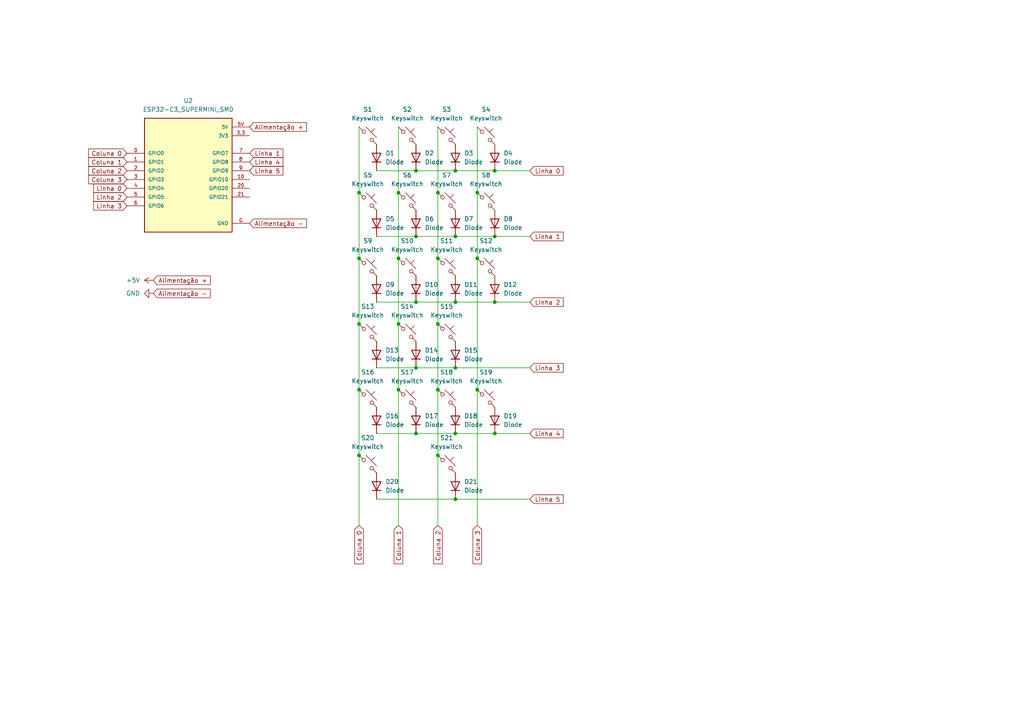
<source format=kicad_sch>
(kicad_sch (version 20231120) (generator "eeschema") (generator_version "8.0")
  (paper "A4")
  (lib_symbols
    (symbol "ESP32-C3_SUPERMINI_SMD:ESP32-C3_SUPERMINI_SMD" (pin_names (offset 1.016))
      (property "Reference" "U" (at -12.7 16.002 0))
      (property "Value" "ESP32-C3_SUPERMINI_SMD" (at -12.7 -20.32 0))
      (symbol "ESP32-C3_SUPERMINI_SMD_0_0"
        (rectangle (start -12.7 -17.78) (end 12.7 15.24) (stroke (width 0.254)) (fill (type background)))
        (pin bidirectional line (at -17.78 5.08 0) (length 5.08) (name "GPIO0") (number "0"))
        (pin bidirectional line (at -17.78 2.54 0) (length 5.08) (name "GPIO1") (number "1"))
        (pin bidirectional line (at 17.78 -2.54 180) (length 5.08) (name "GPIO10") (number "10"))
        (pin bidirectional line (at -17.78 0 0) (length 5.08) (name "GPIO2") (number "2"))
        (pin bidirectional line (at 17.78 -5.08 180) (length 5.08) (name "GPIO20") (number "20"))
        (pin bidirectional line (at 17.78 -7.62 180) (length 5.08) (name "GPIO21") (number "21"))
        (pin bidirectional line (at -17.78 -2.54 0) (length 5.08) (name "GPIO3") (number "3"))
        (pin power_in line (at 17.78 10.16 180) (length 5.08) (name "3V3") (number "3.3"))
        (pin bidirectional line (at -17.78 -5.08 0) (length 5.08) (name "GPIO4") (number "4"))
        (pin bidirectional line (at -17.78 -7.62 0) (length 5.08) (name "GPIO5") (number "5"))
        (pin power_in line (at 17.78 12.7 180) (length 5.08) (name "5V") (number "5V"))
        (pin bidirectional line (at -17.78 -10.16 0) (length 5.08) (name "GPIO6") (number "6"))
        (pin bidirectional line (at 17.78 5.08 180) (length 5.08) (name "GPIO7") (number "7"))
        (pin bidirectional line (at 17.78 2.54 180) (length 5.08) (name "GPIO8") (number "8"))
        (pin bidirectional line (at 17.78 0 180) (length 5.08) (name "GPIO9") (number "9"))
        (pin power_in line (at 17.78 -15.24 180) (length 5.08) (name "GND") (number "G"))
      )
    )
    (symbol "ScottoKeebs:Placeholder_Diode" (pin_numbers hide) (pin_names hide)
      (property "Reference" "D" (at 0 2.54 0))
      (property "Value" "Diode" (at 0 -2.54 0))
      (symbol "Placeholder_Diode_0_1"
        (polyline (pts (xy -1.27 1.27) (xy -1.27 -1.27)) (stroke (width 0.254)))
        (polyline (pts (xy 1.27 0) (xy -1.27 0)))
        (polyline (pts (xy 1.27 1.27) (xy 1.27 -1.27) (xy -1.27 0) (xy 1.27 1.27)) (stroke (width 0.254)))
      )
      (symbol "Placeholder_Diode_1_1"
        (pin passive line (at -3.81 0 0) (length 2.54) (name "K") (number "1"))
        (pin passive line (at 3.81 0 180) (length 2.54) (name "A") (number "2"))
      )
    )
    (symbol "ScottoKeebs:Placeholder_Keyswitch" (pin_numbers hide) (pin_names (offset 1.016) hide)
      (property "Reference" "S" (at 3.048 1.016 0))
      (property "Value" "Keyswitch" (at 0 -3.81 0))
      (symbol "Placeholder_Keyswitch_0_1"
        (circle (center -1.1684 1.1684) (radius 0.508))
        (polyline (pts (xy -0.508 2.54) (xy 2.54 -0.508)))
        (polyline (pts (xy 1.016 1.016) (xy 2.032 2.032)))
        (polyline (pts (xy -2.54 2.54) (xy -1.524 1.524) (xy -1.524 1.524)))
        (polyline (pts (xy 1.524 -1.524) (xy 2.54 -2.54) (xy 2.54 -2.54) (xy 2.54 -2.54)))
        (circle (center 1.143 -1.1938) (radius 0.508))
        (pin passive line (at -2.54 2.54 0) (length 0) (name "1") (number "1"))
        (pin passive line (at 2.54 -2.54 180) (length 0) (name "2") (number "2"))
      )
    )
    (symbol "power:+5V" (power) (pin_numbers hide) (pin_names (offset 0) hide)
      (property "Value" "+5V" (at 0 3.556 0))
      (symbol "+5V_0_1"
        (polyline (pts (xy -0.762 1.27) (xy 0 2.54)))
        (polyline (pts (xy 0 0) (xy 0 2.54)))
        (polyline (pts (xy 0 2.54) (xy 0.762 1.27)))
      )
      (symbol "+5V_1_1"
        (pin power_in line (at 0 0 90) (length 0) (name "~") (number "1"))
      )
    )
    (symbol "power:GND" (power) (pin_numbers hide) (pin_names (offset 0) hide)
      (property "Value" "GND" (at 0 -3.81 0))
      (symbol "GND_0_1"
        (polyline (pts (xy 0 0) (xy 0 -1.27) (xy 1.27 -1.27) (xy 0 -2.54) (xy -1.27 -1.27) (xy 0 -1.27)))
      )
      (symbol "GND_1_1"
        (pin power_in line (at 0 0 270) (length 0) (name "~") (number "1"))
      )
    )
  )
  (junction (at 127 93.98))
  (junction (at 132.08 144.78))
  (junction (at 120.65 125.73))
  (junction (at 127 113.03))
  (junction (at 143.51 68.58))
  (junction (at 104.14 113.03))
  (junction (at 143.51 87.63))
  (junction (at 104.14 132.08))
  (junction (at 115.57 55.88))
  (junction (at 120.65 68.58))
  (junction (at 120.65 87.63))
  (junction (at 104.14 55.88))
  (junction (at 132.08 49.53))
  (junction (at 115.57 74.93))
  (junction (at 127 132.08))
  (junction (at 120.65 49.53))
  (junction (at 115.57 113.03))
  (junction (at 127 74.93))
  (junction (at 104.14 93.98))
  (junction (at 104.14 74.93))
  (junction (at 132.08 87.63))
  (junction (at 138.43 113.03))
  (junction (at 120.65 106.68))
  (junction (at 132.08 125.73))
  (junction (at 143.51 49.53))
  (junction (at 138.43 74.93))
  (junction (at 127 55.88))
  (junction (at 132.08 106.68))
  (junction (at 115.57 93.98))
  (junction (at 138.43 55.88))
  (junction (at 132.08 68.58))
  (junction (at 143.51 125.73))
  (wire (pts (xy 115.57 36.83) (xy 115.57 55.88)))
  (wire (pts (xy 127 113.03) (xy 127 132.08)))
  (wire (pts (xy 138.43 74.93) (xy 138.43 113.03)))
  (wire (pts (xy 132.08 106.68) (xy 153.67 106.68)))
  (wire (pts (xy 115.57 93.98) (xy 115.57 113.03)))
  (wire (pts (xy 120.65 125.73) (xy 132.08 125.73)))
  (wire (pts (xy 109.22 87.63) (xy 120.65 87.63)))
  (wire (pts (xy 138.43 36.83) (xy 138.43 55.88)))
  (wire (pts (xy 120.65 68.58) (xy 132.08 68.58)))
  (wire (pts (xy 104.14 132.08) (xy 104.14 152.4)))
  (wire (pts (xy 132.08 68.58) (xy 143.51 68.58)))
  (wire (pts (xy 143.51 125.73) (xy 153.67 125.73)))
  (wire (pts (xy 109.22 125.73) (xy 120.65 125.73)))
  (wire (pts (xy 109.22 106.68) (xy 120.65 106.68)))
  (wire (pts (xy 138.43 113.03) (xy 138.43 152.4)))
  (wire (pts (xy 115.57 113.03) (xy 115.57 152.4)))
  (wire (pts (xy 115.57 55.88) (xy 115.57 74.93)))
  (wire (pts (xy 104.14 74.93) (xy 104.14 93.98)))
  (wire (pts (xy 132.08 125.73) (xy 143.51 125.73)))
  (wire (pts (xy 132.08 87.63) (xy 143.51 87.63)))
  (wire (pts (xy 120.65 49.53) (xy 132.08 49.53)))
  (wire (pts (xy 127 55.88) (xy 127 74.93)))
  (wire (pts (xy 104.14 113.03) (xy 104.14 132.08)))
  (wire (pts (xy 127 74.93) (xy 127 93.98)))
  (wire (pts (xy 109.22 144.78) (xy 132.08 144.78)))
  (wire (pts (xy 138.43 55.88) (xy 138.43 74.93)))
  (wire (pts (xy 109.22 49.53) (xy 120.65 49.53)))
  (wire (pts (xy 127 36.83) (xy 127 55.88)))
  (wire (pts (xy 127 93.98) (xy 127 113.03)))
  (wire (pts (xy 132.08 144.78) (xy 153.67 144.78)))
  (wire (pts (xy 143.51 87.63) (xy 153.67 87.63)))
  (wire (pts (xy 120.65 87.63) (xy 132.08 87.63)))
  (wire (pts (xy 104.14 36.83) (xy 104.14 55.88)))
  (wire (pts (xy 127 132.08) (xy 127 152.4)))
  (wire (pts (xy 132.08 49.53) (xy 143.51 49.53)))
  (wire (pts (xy 109.22 68.58) (xy 120.65 68.58)))
  (wire (pts (xy 143.51 68.58) (xy 153.67 68.58)))
  (wire (pts (xy 120.65 106.68) (xy 132.08 106.68)))
  (wire (pts (xy 143.51 49.53) (xy 153.67 49.53)))
  (wire (pts (xy 104.14 55.88) (xy 104.14 74.93)))
  (wire (pts (xy 115.57 74.93) (xy 115.57 93.98)))
  (wire (pts (xy 104.14 93.98) (xy 104.14 113.03)))
  (global_label "Linha 4" (shape input) (at 153.67 125.73 0) (property "Intersheetrefs" "${INTERSHEET_REFS}" (effects (hide yes))))
  (global_label "Coluna 2" (shape input) (at 36.83 49.53 180) (property "Intersheetrefs" "${INTERSHEET_REFS}" (effects (hide yes))))
  (global_label "Linha 5" (shape input) (at 72.39 49.53 0) (property "Intersheetrefs" "${INTERSHEET_REFS}" (effects (hide yes))))
  (global_label "Alimentação +" (shape input) (at 44.45 81.28 0) (property "Intersheetrefs" "${INTERSHEET_REFS}" (effects (hide yes))))
  (global_label "Linha 2" (shape input) (at 153.67 87.63 0) (property "Intersheetrefs" "${INTERSHEET_REFS}" (effects (hide yes))))
  (global_label "Alimentação -" (shape input) (at 44.45 85.09 0) (property "Intersheetrefs" "${INTERSHEET_REFS}" (effects (hide yes))))
  (global_label "Linha 3" (shape input) (at 153.67 106.68 0) (property "Intersheetrefs" "${INTERSHEET_REFS}" (effects (hide yes))))
  (global_label "Coluna 3" (shape input) (at 36.83 52.07 180) (property "Intersheetrefs" "${INTERSHEET_REFS}" (effects (hide yes))))
  (global_label "Coluna 0" (shape input) (at 36.83 44.45 180) (property "Intersheetrefs" "${INTERSHEET_REFS}" (effects (hide yes))))
  (global_label "Coluna 3" (shape input) (at 138.43 152.4 270) (property "Intersheetrefs" "${INTERSHEET_REFS}" (effects (hide yes))))
  (global_label "Alimentação -" (shape input) (at 72.39 64.77 0) (property "Intersheetrefs" "${INTERSHEET_REFS}" (effects (hide yes))))
  (global_label "Linha 3" (shape input) (at 36.83 59.69 180) (property "Intersheetrefs" "${INTERSHEET_REFS}" (effects (hide yes))))
  (global_label "Coluna 1" (shape input) (at 115.57 152.4 270) (property "Intersheetrefs" "${INTERSHEET_REFS}" (effects (hide yes))))
  (global_label "Linha 1" (shape input) (at 72.39 44.45 0) (property "Intersheetrefs" "${INTERSHEET_REFS}" (effects (hide yes))))
  (global_label "Linha 5" (shape input) (at 153.67 144.78 0) (property "Intersheetrefs" "${INTERSHEET_REFS}" (effects (hide yes))))
  (global_label "Alimentação +" (shape input) (at 72.39 36.83 0) (property "Intersheetrefs" "${INTERSHEET_REFS}" (effects (hide yes))))
  (global_label "Linha 1" (shape input) (at 153.67 68.58 0) (property "Intersheetrefs" "${INTERSHEET_REFS}" (effects (hide yes))))
  (global_label "Linha 4" (shape input) (at 72.39 46.99 0) (property "Intersheetrefs" "${INTERSHEET_REFS}" (effects (hide yes))))
  (global_label "Coluna 0" (shape input) (at 104.14 152.4 270) (property "Intersheetrefs" "${INTERSHEET_REFS}" (effects (hide yes))))
  (global_label "Coluna 2" (shape input) (at 127 152.4 270) (property "Intersheetrefs" "${INTERSHEET_REFS}" (effects (hide yes))))
  (global_label "Linha 0" (shape input) (at 153.67 49.53 0) (property "Intersheetrefs" "${INTERSHEET_REFS}" (effects (hide yes))))
  (global_label "Linha 2" (shape input) (at 36.83 57.15 180) (property "Intersheetrefs" "${INTERSHEET_REFS}" (effects (hide yes))))
  (global_label "Linha 0" (shape input) (at 36.83 54.61 180) (property "Intersheetrefs" "${INTERSHEET_REFS}" (effects (hide yes))))
  (global_label "Coluna 1" (shape input) (at 36.83 46.99 180) (property "Intersheetrefs" "${INTERSHEET_REFS}" (effects (hide yes))))
  (symbol (lib_id "ScottoKeebs:Placeholder_Keyswitch") (at 118.11 39.37 0) (unit 1)
    (property "Reference" "S2" (at 118.11 31.75 0))
    (property "Value" "Keyswitch" (at 118.11 34.29 0))
    (property "Footprint" "ScottoKeebs_Hotswap:Hotswap_MX_Plated_1.00u" (effects (hide yes)))
    (property "Description" "Push button switch, normally open, two pins, 45° tilted" (effects (hide yes)))
  )
  (symbol (lib_id "ScottoKeebs:Placeholder_Diode") (at 132.08 140.97 90) (unit 1)
    (property "Reference" "D21" (at 134.62 139.6999 90) (effects (justify right)))
    (property "Value" "Diode" (at 134.62 142.2399 90) (effects (justify right)))
    (property "Footprint" "Diode_THT:D_DO-35_SOD27_P7.62mm_Horizontal" (effects (hide yes)))
    (property "Description" "1N4148 (DO-35) or 1N4148W (SOD-123)" (effects (hide yes)))
    (property "Sim.Device" "D" (effects (hide yes)))
    (property "Sim.Pins" "1=K 2=A" (effects (hide yes)))
  )
  (symbol (lib_id "ScottoKeebs:Placeholder_Keyswitch") (at 106.68 77.47 0) (unit 1)
    (property "Reference" "S9" (at 106.68 69.85 0))
    (property "Value" "Keyswitch" (at 106.68 72.39 0))
    (property "Footprint" "ScottoKeebs_Hotswap:Hotswap_MX_Plated_1.00u" (effects (hide yes)))
    (property "Description" "Push button switch, normally open, two pins, 45° tilted" (effects (hide yes)))
  )
  (symbol (lib_id "ScottoKeebs:Placeholder_Keyswitch") (at 118.11 77.47 0) (unit 1)
    (property "Reference" "S10" (at 118.11 69.85 0))
    (property "Value" "Keyswitch" (at 118.11 72.39 0))
    (property "Footprint" "ScottoKeebs_Hotswap:Hotswap_MX_Plated_1.00u" (effects (hide yes)))
    (property "Description" "Push button switch, normally open, two pins, 45° tilted" (effects (hide yes)))
  )
  (symbol (lib_id "ScottoKeebs:Placeholder_Keyswitch") (at 118.11 58.42 0) (unit 1)
    (property "Reference" "S6" (at 118.11 50.8 0))
    (property "Value" "Keyswitch" (at 118.11 53.34 0))
    (property "Footprint" "ScottoKeebs_Hotswap:Hotswap_MX_Plated_1.00u" (effects (hide yes)))
    (property "Description" "Push button switch, normally open, two pins, 45° tilted" (effects (hide yes)))
  )
  (symbol (lib_id "ScottoKeebs:Placeholder_Diode") (at 120.65 121.92 90) (unit 1)
    (property "Reference" "D17" (at 123.19 120.6499 90) (effects (justify right)))
    (property "Value" "Diode" (at 123.19 123.1899 90) (effects (justify right)))
    (property "Footprint" "Diode_THT:D_DO-35_SOD27_P7.62mm_Horizontal" (effects (hide yes)))
    (property "Description" "1N4148 (DO-35) or 1N4148W (SOD-123)" (effects (hide yes)))
    (property "Sim.Device" "D" (effects (hide yes)))
    (property "Sim.Pins" "1=K 2=A" (effects (hide yes)))
  )
  (symbol (lib_id "ScottoKeebs:Placeholder_Keyswitch") (at 140.97 115.57 0) (unit 1)
    (property "Reference" "S19" (at 140.97 107.95 0))
    (property "Value" "Keyswitch" (at 140.97 110.49 0))
    (property "Footprint" "ScottoKeebs_Hotswap:Hotswap_MX_Plated_1.00u" (effects (hide yes)))
    (property "Description" "Push button switch, normally open, two pins, 45° tilted" (effects (hide yes)))
  )
  (symbol (lib_id "ScottoKeebs:Placeholder_Diode") (at 143.51 121.92 90) (unit 1)
    (property "Reference" "D19" (at 146.05 120.6499 90) (effects (justify right)))
    (property "Value" "Diode" (at 146.05 123.1899 90) (effects (justify right)))
    (property "Footprint" "Diode_THT:D_DO-35_SOD27_P7.62mm_Horizontal" (effects (hide yes)))
    (property "Description" "1N4148 (DO-35) or 1N4148W (SOD-123)" (effects (hide yes)))
    (property "Sim.Device" "D" (effects (hide yes)))
    (property "Sim.Pins" "1=K 2=A" (effects (hide yes)))
  )
  (symbol (lib_id "ScottoKeebs:Placeholder_Keyswitch") (at 129.54 115.57 0) (unit 1)
    (property "Reference" "S18" (at 129.54 107.95 0))
    (property "Value" "Keyswitch" (at 129.54 110.49 0))
    (property "Footprint" "ScottoKeebs_Hotswap:Hotswap_MX_Plated_1.00u" (effects (hide yes)))
    (property "Description" "Push button switch, normally open, two pins, 45° tilted" (effects (hide yes)))
  )
  (symbol (lib_id "ScottoKeebs:Placeholder_Keyswitch") (at 106.68 58.42 0) (unit 1)
    (property "Reference" "S5" (at 106.68 50.8 0))
    (property "Value" "Keyswitch" (at 106.68 53.34 0))
    (property "Footprint" "ScottoKeebs_Hotswap:Hotswap_MX_Plated_1.00u" (effects (hide yes)))
    (property "Description" "Push button switch, normally open, two pins, 45° tilted" (effects (hide yes)))
  )
  (symbol (lib_id "power:+5V") (at 44.45 81.28 90) (unit 1)
    (property "Reference" "#PWR01" (effects (hide yes)))
    (property "Value" "+5V" (at 40.64 81.2799 90) (effects (justify left)))
    (property "Description" "Power symbol creates a global label with name \"+5V\"" (effects (hide yes)))
  )
  (symbol (lib_id "ScottoKeebs:Placeholder_Keyswitch") (at 140.97 39.37 0) (unit 1)
    (property "Reference" "S4" (at 140.97 31.75 0))
    (property "Value" "Keyswitch" (at 140.97 34.29 0))
    (property "Footprint" "ScottoKeebs_Hotswap:Hotswap_MX_Plated_1.00u" (effects (hide yes)))
    (property "Description" "Push button switch, normally open, two pins, 45° tilted" (effects (hide yes)))
  )
  (symbol (lib_id "ScottoKeebs:Placeholder_Keyswitch") (at 106.68 134.62 0) (unit 1)
    (property "Reference" "S20" (at 106.68 127 0))
    (property "Value" "Keyswitch" (at 106.68 129.54 0))
    (property "Footprint" "ScottoKeebs_Hotswap:Hotswap_MX_Plated_1.00u" (effects (hide yes)))
    (property "Description" "Push button switch, normally open, two pins, 45° tilted" (effects (hide yes)))
  )
  (symbol (lib_id "ScottoKeebs:Placeholder_Diode") (at 132.08 83.82 90) (unit 1)
    (property "Reference" "D11" (at 134.62 82.5499 90) (effects (justify right)))
    (property "Value" "Diode" (at 134.62 85.0899 90) (effects (justify right)))
    (property "Footprint" "Diode_THT:D_DO-35_SOD27_P7.62mm_Horizontal" (effects (hide yes)))
    (property "Description" "1N4148 (DO-35) or 1N4148W (SOD-123)" (effects (hide yes)))
    (property "Sim.Device" "D" (effects (hide yes)))
    (property "Sim.Pins" "1=K 2=A" (effects (hide yes)))
  )
  (symbol (lib_id "ScottoKeebs:Placeholder_Keyswitch") (at 129.54 58.42 0) (unit 1)
    (property "Reference" "S7" (at 129.54 50.8 0))
    (property "Value" "Keyswitch" (at 129.54 53.34 0))
    (property "Footprint" "ScottoKeebs_Hotswap:Hotswap_MX_Plated_1.00u" (effects (hide yes)))
    (property "Description" "Push button switch, normally open, two pins, 45° tilted" (effects (hide yes)))
  )
  (symbol (lib_id "ScottoKeebs:Placeholder_Keyswitch") (at 140.97 77.47 0) (unit 1)
    (property "Reference" "S12" (at 140.97 69.85 0))
    (property "Value" "Keyswitch" (at 140.97 72.39 0))
    (property "Footprint" "ScottoKeebs_Hotswap:Hotswap_MX_Plated_1.00u" (effects (hide yes)))
    (property "Description" "Push button switch, normally open, two pins, 45° tilted" (effects (hide yes)))
  )
  (symbol (lib_id "ScottoKeebs:Placeholder_Diode") (at 143.51 45.72 90) (unit 1)
    (property "Reference" "D4" (at 146.05 44.4499 90) (effects (justify right)))
    (property "Value" "Diode" (at 146.05 46.9899 90) (effects (justify right)))
    (property "Footprint" "Diode_THT:D_DO-35_SOD27_P7.62mm_Horizontal" (effects (hide yes)))
    (property "Description" "1N4148 (DO-35) or 1N4148W (SOD-123)" (effects (hide yes)))
    (property "Sim.Device" "D" (effects (hide yes)))
    (property "Sim.Pins" "1=K 2=A" (effects (hide yes)))
  )
  (symbol (lib_id "ScottoKeebs:Placeholder_Diode") (at 109.22 102.87 90) (unit 1)
    (property "Reference" "D13" (at 111.76 101.5999 90) (effects (justify right)))
    (property "Value" "Diode" (at 111.76 104.1399 90) (effects (justify right)))
    (property "Footprint" "Diode_THT:D_DO-35_SOD27_P7.62mm_Horizontal" (effects (hide yes)))
    (property "Description" "1N4148 (DO-35) or 1N4148W (SOD-123)" (effects (hide yes)))
    (property "Sim.Device" "D" (effects (hide yes)))
    (property "Sim.Pins" "1=K 2=A" (effects (hide yes)))
  )
  (symbol (lib_id "ScottoKeebs:Placeholder_Keyswitch") (at 106.68 115.57 0) (unit 1)
    (property "Reference" "S16" (at 106.68 107.95 0))
    (property "Value" "Keyswitch" (at 106.68 110.49 0))
    (property "Footprint" "ScottoKeebs_Hotswap:Hotswap_MX_Plated_1.00u" (effects (hide yes)))
    (property "Description" "Push button switch, normally open, two pins, 45° tilted" (effects (hide yes)))
  )
  (symbol (lib_id "ScottoKeebs:Placeholder_Diode") (at 132.08 64.77 90) (unit 1)
    (property "Reference" "D7" (at 134.62 63.4999 90) (effects (justify right)))
    (property "Value" "Diode" (at 134.62 66.0399 90) (effects (justify right)))
    (property "Footprint" "Diode_THT:D_DO-35_SOD27_P7.62mm_Horizontal" (effects (hide yes)))
    (property "Description" "1N4148 (DO-35) or 1N4148W (SOD-123)" (effects (hide yes)))
    (property "Sim.Device" "D" (effects (hide yes)))
    (property "Sim.Pins" "1=K 2=A" (effects (hide yes)))
  )
  (symbol (lib_id "ScottoKeebs:Placeholder_Keyswitch") (at 140.97 58.42 0) (unit 1)
    (property "Reference" "S8" (at 140.97 50.8 0))
    (property "Value" "Keyswitch" (at 140.97 53.34 0))
    (property "Footprint" "ScottoKeebs_Hotswap:Hotswap_MX_Plated_1.00u" (effects (hide yes)))
    (property "Description" "Push button switch, normally open, two pins, 45° tilted" (effects (hide yes)))
  )
  (symbol (lib_id "ScottoKeebs:Placeholder_Keyswitch") (at 118.11 96.52 0) (unit 1)
    (property "Reference" "S14" (at 118.11 88.9 0))
    (property "Value" "Keyswitch" (at 118.11 91.44 0))
    (property "Footprint" "ScottoKeebs_Hotswap:Hotswap_MX_Plated_1.00u" (effects (hide yes)))
    (property "Description" "Push button switch, normally open, two pins, 45° tilted" (effects (hide yes)))
  )
  (symbol (lib_id "ScottoKeebs:Placeholder_Diode") (at 120.65 83.82 90) (unit 1)
    (property "Reference" "D10" (at 123.19 82.5499 90) (effects (justify right)))
    (property "Value" "Diode" (at 123.19 85.0899 90) (effects (justify right)))
    (property "Footprint" "Diode_THT:D_DO-35_SOD27_P7.62mm_Horizontal" (effects (hide yes)))
    (property "Description" "1N4148 (DO-35) or 1N4148W (SOD-123)" (effects (hide yes)))
    (property "Sim.Device" "D" (effects (hide yes)))
    (property "Sim.Pins" "1=K 2=A" (effects (hide yes)))
  )
  (symbol (lib_id "ScottoKeebs:Placeholder_Diode") (at 132.08 102.87 90) (unit 1)
    (property "Reference" "D15" (at 134.62 101.5999 90) (effects (justify right)))
    (property "Value" "Diode" (at 134.62 104.1399 90) (effects (justify right)))
    (property "Footprint" "Diode_THT:D_DO-35_SOD27_P7.62mm_Horizontal" (effects (hide yes)))
    (property "Description" "1N4148 (DO-35) or 1N4148W (SOD-123)" (effects (hide yes)))
    (property "Sim.Device" "D" (effects (hide yes)))
    (property "Sim.Pins" "1=K 2=A" (effects (hide yes)))
  )
  (symbol (lib_id "ScottoKeebs:Placeholder_Keyswitch") (at 129.54 77.47 0) (unit 1)
    (property "Reference" "S11" (at 129.54 69.85 0))
    (property "Value" "Keyswitch" (at 129.54 72.39 0))
    (property "Footprint" "ScottoKeebs_Hotswap:Hotswap_MX_Plated_1.00u" (effects (hide yes)))
    (property "Description" "Push button switch, normally open, two pins, 45° tilted" (effects (hide yes)))
  )
  (symbol (lib_id "ScottoKeebs:Placeholder_Keyswitch") (at 106.68 39.37 0) (unit 1)
    (property "Reference" "S1" (at 106.68 31.75 0))
    (property "Value" "Keyswitch" (at 106.68 34.29 0))
    (property "Footprint" "ScottoKeebs_Hotswap:Hotswap_MX_Plated_1.00u" (effects (hide yes)))
    (property "Description" "Push button switch, normally open, two pins, 45° tilted" (effects (hide yes)))
  )
  (symbol (lib_id "ScottoKeebs:Placeholder_Diode") (at 109.22 121.92 90) (unit 1)
    (property "Reference" "D16" (at 111.76 120.6499 90) (effects (justify right)))
    (property "Value" "Diode" (at 111.76 123.1899 90) (effects (justify right)))
    (property "Footprint" "Diode_THT:D_DO-35_SOD27_P7.62mm_Horizontal" (effects (hide yes)))
    (property "Description" "1N4148 (DO-35) or 1N4148W (SOD-123)" (effects (hide yes)))
    (property "Sim.Device" "D" (effects (hide yes)))
    (property "Sim.Pins" "1=K 2=A" (effects (hide yes)))
  )
  (symbol (lib_id "ScottoKeebs:Placeholder_Diode") (at 120.65 45.72 90) (unit 1)
    (property "Reference" "D2" (at 123.19 44.4499 90) (effects (justify right)))
    (property "Value" "Diode" (at 123.19 46.9899 90) (effects (justify right)))
    (property "Footprint" "Diode_THT:D_DO-35_SOD27_P7.62mm_Horizontal" (effects (hide yes)))
    (property "Description" "1N4148 (DO-35) or 1N4148W (SOD-123)" (effects (hide yes)))
    (property "Sim.Device" "D" (effects (hide yes)))
    (property "Sim.Pins" "1=K 2=A" (effects (hide yes)))
  )
  (symbol (lib_id "ScottoKeebs:Placeholder_Keyswitch") (at 129.54 96.52 0) (unit 1)
    (property "Reference" "S15" (at 129.54 88.9 0))
    (property "Value" "Keyswitch" (at 129.54 91.44 0))
    (property "Footprint" "ScottoKeebs_Hotswap:Hotswap_MX_Plated_1.00u" (effects (hide yes)))
    (property "Description" "Push button switch, normally open, two pins, 45° tilted" (effects (hide yes)))
  )
  (symbol (lib_id "ScottoKeebs:Placeholder_Diode") (at 120.65 102.87 90) (unit 1)
    (property "Reference" "D14" (at 123.19 101.5999 90) (effects (justify right)))
    (property "Value" "Diode" (at 123.19 104.1399 90) (effects (justify right)))
    (property "Footprint" "Diode_THT:D_DO-35_SOD27_P7.62mm_Horizontal" (effects (hide yes)))
    (property "Description" "1N4148 (DO-35) or 1N4148W (SOD-123)" (effects (hide yes)))
    (property "Sim.Device" "D" (effects (hide yes)))
    (property "Sim.Pins" "1=K 2=A" (effects (hide yes)))
  )
  (symbol (lib_id "ScottoKeebs:Placeholder_Keyswitch") (at 129.54 39.37 0) (unit 1)
    (property "Reference" "S3" (at 129.54 31.75 0))
    (property "Value" "Keyswitch" (at 129.54 34.29 0))
    (property "Footprint" "ScottoKeebs_Hotswap:Hotswap_MX_Plated_1.00u" (effects (hide yes)))
    (property "Description" "Push button switch, normally open, two pins, 45° tilted" (effects (hide yes)))
  )
  (symbol (lib_id "ScottoKeebs:Placeholder_Keyswitch") (at 129.54 134.62 0) (unit 1)
    (property "Reference" "S21" (at 129.54 127 0))
    (property "Value" "Keyswitch" (at 129.54 129.54 0))
    (property "Footprint" "ScottoKeebs_Hotswap:Hotswap_MX_Plated_1.00u" (effects (hide yes)))
    (property "Description" "Push button switch, normally open, two pins, 45° tilted" (effects (hide yes)))
  )
  (symbol (lib_id "ScottoKeebs:Placeholder_Diode") (at 143.51 64.77 90) (unit 1)
    (property "Reference" "D8" (at 146.05 63.4999 90) (effects (justify right)))
    (property "Value" "Diode" (at 146.05 66.0399 90) (effects (justify right)))
    (property "Footprint" "Diode_THT:D_DO-35_SOD27_P7.62mm_Horizontal" (effects (hide yes)))
    (property "Description" "1N4148 (DO-35) or 1N4148W (SOD-123)" (effects (hide yes)))
    (property "Sim.Device" "D" (effects (hide yes)))
    (property "Sim.Pins" "1=K 2=A" (effects (hide yes)))
  )
  (symbol (lib_id "ScottoKeebs:Placeholder_Diode") (at 109.22 83.82 90) (unit 1)
    (property "Reference" "D9" (at 111.76 82.5499 90) (effects (justify right)))
    (property "Value" "Diode" (at 111.76 85.0899 90) (effects (justify right)))
    (property "Footprint" "Diode_THT:D_DO-35_SOD27_P7.62mm_Horizontal" (effects (hide yes)))
    (property "Description" "1N4148 (DO-35) or 1N4148W (SOD-123)" (effects (hide yes)))
    (property "Sim.Device" "D" (effects (hide yes)))
    (property "Sim.Pins" "1=K 2=A" (effects (hide yes)))
  )
  (symbol (lib_id "ScottoKeebs:Placeholder_Diode") (at 132.08 45.72 90) (unit 1)
    (property "Reference" "D3" (at 134.62 44.4499 90) (effects (justify right)))
    (property "Value" "Diode" (at 134.62 46.9899 90) (effects (justify right)))
    (property "Footprint" "Diode_THT:D_DO-35_SOD27_P7.62mm_Horizontal" (effects (hide yes)))
    (property "Description" "1N4148 (DO-35) or 1N4148W (SOD-123)" (effects (hide yes)))
    (property "Sim.Device" "D" (effects (hide yes)))
    (property "Sim.Pins" "1=K 2=A" (effects (hide yes)))
  )
  (symbol (lib_id "ScottoKeebs:Placeholder_Keyswitch") (at 106.68 96.52 0) (unit 1)
    (property "Reference" "S13" (at 106.68 88.9 0))
    (property "Value" "Keyswitch" (at 106.68 91.44 0))
    (property "Footprint" "ScottoKeebs_Hotswap:Hotswap_MX_Plated_1.00u" (effects (hide yes)))
    (property "Description" "Push button switch, normally open, two pins, 45° tilted" (effects (hide yes)))
  )
  (symbol (lib_id "ScottoKeebs:Placeholder_Diode") (at 120.65 64.77 90) (unit 1)
    (property "Reference" "D6" (at 123.19 63.4999 90) (effects (justify right)))
    (property "Value" "Diode" (at 123.19 66.0399 90) (effects (justify right)))
    (property "Footprint" "Diode_THT:D_DO-35_SOD27_P7.62mm_Horizontal" (effects (hide yes)))
    (property "Description" "1N4148 (DO-35) or 1N4148W (SOD-123)" (effects (hide yes)))
    (property "Sim.Device" "D" (effects (hide yes)))
    (property "Sim.Pins" "1=K 2=A" (effects (hide yes)))
  )
  (symbol (lib_id "ScottoKeebs:Placeholder_Diode") (at 109.22 140.97 90) (unit 1)
    (property "Reference" "D20" (at 111.76 139.6999 90) (effects (justify right)))
    (property "Value" "Diode" (at 111.76 142.2399 90) (effects (justify right)))
    (property "Footprint" "Diode_THT:D_DO-35_SOD27_P7.62mm_Horizontal" (effects (hide yes)))
    (property "Description" "1N4148 (DO-35) or 1N4148W (SOD-123)" (effects (hide yes)))
    (property "Sim.Device" "D" (effects (hide yes)))
    (property "Sim.Pins" "1=K 2=A" (effects (hide yes)))
  )
  (symbol (lib_id "ScottoKeebs:Placeholder_Diode") (at 109.22 45.72 90) (unit 1)
    (property "Reference" "D1" (at 111.76 44.4499 90) (effects (justify right)))
    (property "Value" "Diode" (at 111.76 46.9899 90) (effects (justify right)))
    (property "Footprint" "Diode_THT:D_DO-35_SOD27_P7.62mm_Horizontal" (effects (hide yes)))
    (property "Description" "1N4148 (DO-35) or 1N4148W (SOD-123)" (effects (hide yes)))
    (property "Sim.Device" "D" (effects (hide yes)))
    (property "Sim.Pins" "1=K 2=A" (effects (hide yes)))
  )
  (symbol (lib_id "ScottoKeebs:Placeholder_Diode") (at 143.51 83.82 90) (unit 1)
    (property "Reference" "D12" (at 146.05 82.5499 90) (effects (justify right)))
    (property "Value" "Diode" (at 146.05 85.0899 90) (effects (justify right)))
    (property "Footprint" "Diode_THT:D_DO-35_SOD27_P7.62mm_Horizontal" (effects (hide yes)))
    (property "Description" "1N4148 (DO-35) or 1N4148W (SOD-123)" (effects (hide yes)))
    (property "Sim.Device" "D" (effects (hide yes)))
    (property "Sim.Pins" "1=K 2=A" (effects (hide yes)))
  )
  (symbol (lib_id "ScottoKeebs:Placeholder_Keyswitch") (at 118.11 115.57 0) (unit 1)
    (property "Reference" "S17" (at 118.11 107.95 0))
    (property "Value" "Keyswitch" (at 118.11 110.49 0))
    (property "Footprint" "ScottoKeebs_Hotswap:Hotswap_MX_Plated_1.00u" (effects (hide yes)))
    (property "Description" "Push button switch, normally open, two pins, 45° tilted" (effects (hide yes)))
  )
  (symbol (lib_id "ESP32-C3_SUPERMINI_SMD:ESP32-C3_SUPERMINI_SMD") (at 54.61 49.53 0) (unit 1)
    (property "Reference" "U2" (at 54.61 29.21 0))
    (property "Value" "ESP32-C3_SUPERMINI_SMD" (at 54.61 31.75 0))
    (property "Footprint" "ESP32-C3-SuperMini:ESP32-C3_SUPERMINI" (effects (hide yes)))
    (property "MF" "Espressif Systems" (effects (hide yes)))
    (property "MAXIMUM_PACKAGE_HEIGHT" "4.2mm" (effects (hide yes)))
    (property "Package" "None" (effects (hide yes)))
    (property "Price" "None" (effects (hide yes)))
    (property "Check_prices" "https://www.snapeda.com/parts/ESP32-C3%20SuperMini_SMD/Espressif+Systems/view-part/?ref=eda" (effects (hide yes)))
    (property "STANDARD" "Manufacturer Recommendations" (effects (hide yes)))
    (property "SnapEDA_Link" "https://www.snapeda.com/parts/ESP32-C3%20SuperMini_SMD/Espressif+Systems/view-part/?ref=snap" (effects (hide yes)))
    (property "MP" "ESP32-C3 SuperMini_SMD" (effects (hide yes)))
    (property "Description_1" "\nSuper tiny ESP32-C3 board\n" (effects (hide yes)))
    (property "Availability" "Not in stock" (effects (hide yes)))
    (property "MANUFACTURER" "Espressif" (effects (hide yes)))
  )
  (symbol (lib_id "ScottoKeebs:Placeholder_Diode") (at 109.22 64.77 90) (unit 1)
    (property "Reference" "D5" (at 111.76 63.4999 90) (effects (justify right)))
    (property "Value" "Diode" (at 111.76 66.0399 90) (effects (justify right)))
    (property "Footprint" "Diode_THT:D_DO-35_SOD27_P7.62mm_Horizontal" (effects (hide yes)))
    (property "Description" "1N4148 (DO-35) or 1N4148W (SOD-123)" (effects (hide yes)))
    (property "Sim.Device" "D" (effects (hide yes)))
    (property "Sim.Pins" "1=K 2=A" (effects (hide yes)))
  )
  (symbol (lib_id "power:GND") (at 44.45 85.09 270) (unit 1)
    (property "Reference" "#PWR02" (effects (hide yes)))
    (property "Value" "GND" (at 40.64 85.0899 90) (effects (justify right)))
    (property "Description" "Power symbol creates a global label with name \"GND\" , ground" (effects (hide yes)))
  )
  (symbol (lib_id "ScottoKeebs:Placeholder_Diode") (at 132.08 121.92 90) (unit 1)
    (property "Reference" "D18" (at 134.62 120.6499 90) (effects (justify right)))
    (property "Value" "Diode" (at 134.62 123.1899 90) (effects (justify right)))
    (property "Footprint" "Diode_THT:D_DO-35_SOD27_P7.62mm_Horizontal" (effects (hide yes)))
    (property "Description" "1N4148 (DO-35) or 1N4148W (SOD-123)" (effects (hide yes)))
    (property "Sim.Device" "D" (effects (hide yes)))
    (property "Sim.Pins" "1=K 2=A" (effects (hide yes)))
  )
)
</source>
